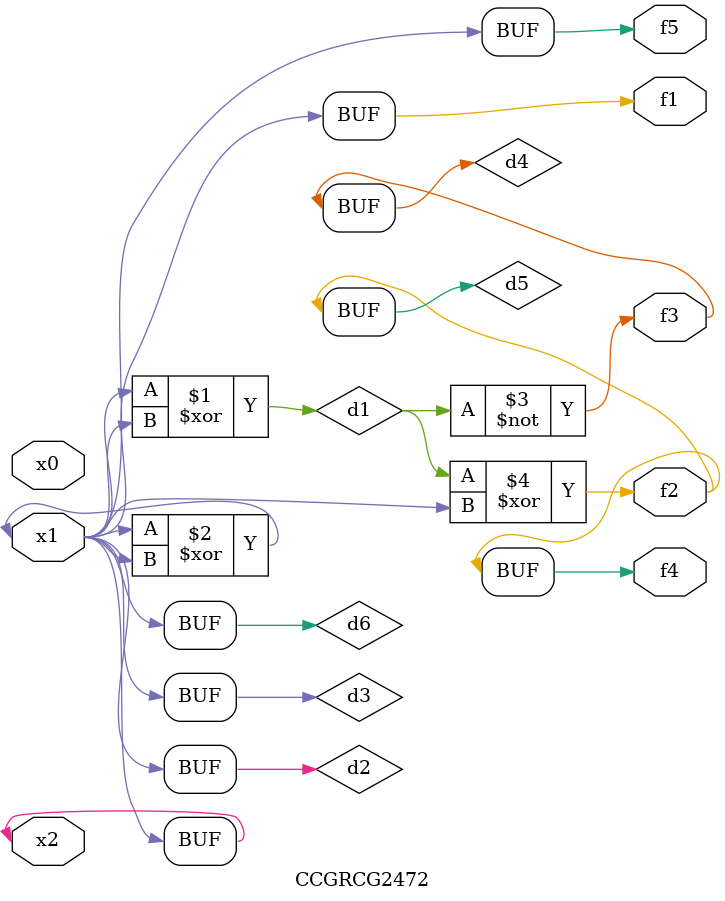
<source format=v>
module CCGRCG2472(
	input x0, x1, x2,
	output f1, f2, f3, f4, f5
);

	wire d1, d2, d3, d4, d5, d6;

	xor (d1, x1, x2);
	buf (d2, x1, x2);
	xor (d3, x1, x2);
	nor (d4, d1);
	xor (d5, d1, d2);
	buf (d6, d2, d3);
	assign f1 = d6;
	assign f2 = d5;
	assign f3 = d4;
	assign f4 = d5;
	assign f5 = d6;
endmodule

</source>
